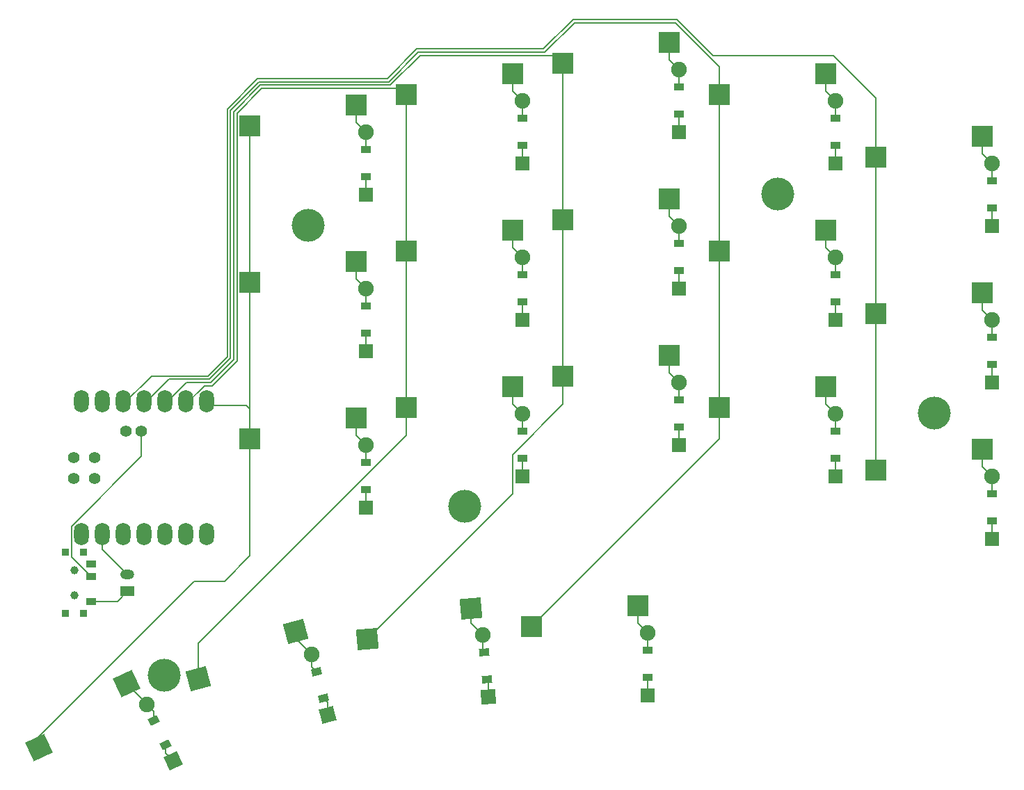
<source format=gbr>
%TF.GenerationSoftware,KiCad,Pcbnew,9.0.6*%
%TF.CreationDate,2026-01-03T00:52:40-08:00*%
%TF.ProjectId,pcb_right,7063625f-7269-4676-9874-2e6b69636164,4.2.1*%
%TF.SameCoordinates,Original*%
%TF.FileFunction,Copper,L2,Bot*%
%TF.FilePolarity,Positive*%
%FSLAX46Y46*%
G04 Gerber Fmt 4.6, Leading zero omitted, Abs format (unit mm)*
G04 Created by KiCad (PCBNEW 9.0.6) date 2026-01-03 00:52:40*
%MOMM*%
%LPD*%
G01*
G04 APERTURE LIST*
G04 Aperture macros list*
%AMRotRect*
0 Rectangle, with rotation*
0 The origin of the aperture is its center*
0 $1 length*
0 $2 width*
0 $3 Rotation angle, in degrees counterclockwise*
0 Add horizontal line*
21,1,$1,$2,0,0,$3*%
G04 Aperture macros list end*
%TA.AperFunction,SMDPad,CuDef*%
%ADD10R,0.900000X0.900000*%
%TD*%
%TA.AperFunction,WasherPad*%
%ADD11C,1.000000*%
%TD*%
%TA.AperFunction,SMDPad,CuDef*%
%ADD12R,1.250000X0.900000*%
%TD*%
%TA.AperFunction,SMDPad,CuDef*%
%ADD13R,2.550000X2.500000*%
%TD*%
%TA.AperFunction,ComponentPad*%
%ADD14R,1.778000X1.778000*%
%TD*%
%TA.AperFunction,SMDPad,CuDef*%
%ADD15R,1.200000X0.900000*%
%TD*%
%TA.AperFunction,ComponentPad*%
%ADD16C,1.905000*%
%TD*%
%TA.AperFunction,ComponentPad*%
%ADD17O,1.800000X2.750000*%
%TD*%
%TA.AperFunction,ComponentPad*%
%ADD18C,1.397000*%
%TD*%
%TA.AperFunction,WasherPad*%
%ADD19C,4.000000*%
%TD*%
%TA.AperFunction,ComponentPad*%
%ADD20RotRect,1.778000X1.778000X105.000000*%
%TD*%
%TA.AperFunction,SMDPad,CuDef*%
%ADD21RotRect,0.900000X1.200000X105.000000*%
%TD*%
%TA.AperFunction,SMDPad,CuDef*%
%ADD22RotRect,2.550000X2.500000X5.000000*%
%TD*%
%TA.AperFunction,SMDPad,CuDef*%
%ADD23RotRect,2.550000X2.500000X25.000000*%
%TD*%
%TA.AperFunction,ComponentPad*%
%ADD24R,1.700000X1.200000*%
%TD*%
%TA.AperFunction,ComponentPad*%
%ADD25O,1.700000X1.200000*%
%TD*%
%TA.AperFunction,ComponentPad*%
%ADD26RotRect,1.778000X1.778000X95.000000*%
%TD*%
%TA.AperFunction,SMDPad,CuDef*%
%ADD27RotRect,0.900000X1.200000X95.000000*%
%TD*%
%TA.AperFunction,SMDPad,CuDef*%
%ADD28RotRect,2.550000X2.500000X15.000000*%
%TD*%
%TA.AperFunction,ComponentPad*%
%ADD29RotRect,1.778000X1.778000X115.000000*%
%TD*%
%TA.AperFunction,SMDPad,CuDef*%
%ADD30RotRect,0.900000X1.200000X115.000000*%
%TD*%
%TA.AperFunction,Conductor*%
%ADD31C,0.200000*%
%TD*%
G04 APERTURE END LIST*
D10*
%TO.P,T1,*%
%TO.N,*%
X226600000Y-164890000D03*
X228800000Y-164890000D03*
D11*
X227700000Y-162690000D03*
X227700000Y-159690000D03*
D10*
X226600000Y-157490000D03*
X228800000Y-157490000D03*
D12*
%TO.P,T1,1*%
%TO.N,pos*%
X229775000Y-163440000D03*
%TO.P,T1,2*%
%TO.N,RAW*%
X229775000Y-160440000D03*
%TO.P,T1,3*%
%TO.N,N/C*%
X229775000Y-158940000D03*
%TD*%
D13*
%TO.P,S15,1*%
%TO.N,P6*%
X249115000Y-105550000D03*
%TO.P,S15,2*%
%TO.N,mirror_c5_r3*%
X262042000Y-103010000D03*
%TD*%
D14*
%TO.P,D5,1*%
%TO.N,P9*%
X320350000Y-129140000D03*
D15*
X320350000Y-126980000D03*
%TO.P,D5,2*%
%TO.N,mirror_c2_r2*%
X320350000Y-123680000D03*
D16*
X320350000Y-121520000D03*
%TD*%
D14*
%TO.P,D2,1*%
%TO.N,P9*%
X339400000Y-136760000D03*
D15*
X339400000Y-134600000D03*
%TO.P,D2,2*%
%TO.N,mirror_c1_r2*%
X339400000Y-131300000D03*
D16*
X339400000Y-129140000D03*
%TD*%
D14*
%TO.P,D9,1*%
%TO.N,P10*%
X301300000Y-106280000D03*
D15*
X301300000Y-104120000D03*
%TO.P,D9,2*%
%TO.N,mirror_c3_r3*%
X301300000Y-100820000D03*
D16*
X301300000Y-98660000D03*
%TD*%
D17*
%TO.P,_1,1*%
%TO.N,VCC5*%
X228580000Y-155285000D03*
%TO.P,_1,2*%
%TO.N,GND*%
X231120000Y-155285000D03*
%TO.P,_1,3*%
%TO.N,VCC3*%
X233660000Y-155285000D03*
%TO.P,_1,4*%
%TO.N,P10*%
X236200000Y-155285000D03*
%TO.P,_1,5*%
%TO.N,P9*%
X238740000Y-155285000D03*
%TO.P,_1,6*%
%TO.N,P8*%
X241280000Y-155285000D03*
%TO.P,_1,7*%
%TO.N,P7*%
X243820000Y-155285000D03*
D18*
%TO.P,_1,8*%
%TO.N,CLK*%
X227628000Y-148460000D03*
%TO.P,_1,9*%
%TO.N,GND*%
X230168000Y-148460000D03*
D17*
%TO.P,_1,12*%
%TO.N,P6*%
X243820000Y-139095000D03*
%TO.P,_1,13*%
%TO.N,P5*%
X241280000Y-139095000D03*
%TO.P,_1,14*%
%TO.N,P4*%
X238740000Y-139095000D03*
%TO.P,_1,15*%
%TO.N,P3*%
X236200000Y-139095000D03*
%TO.P,_1,16*%
%TO.N,P2*%
X233660000Y-139095000D03*
%TO.P,_1,17*%
%TO.N,P1*%
X231120000Y-139095000D03*
%TO.P,_1,18*%
%TO.N,P0*%
X228580000Y-139095000D03*
D18*
%TO.P,_1,19*%
%TO.N,DIO*%
X227628000Y-145920000D03*
%TO.P,_1,20*%
%TO.N,RST*%
X230168000Y-145920000D03*
%TO.P,_1,21*%
%TO.N,RAW*%
X235883000Y-142745000D03*
%TO.P,_1,22*%
%TO.N,GND*%
X233978000Y-142745000D03*
%TD*%
D19*
%TO.P,,*%
%TO.N,*%
X313350000Y-113830000D03*
%TD*%
D13*
%TO.P,S11,1*%
%TO.N,P5*%
X268165000Y-120790000D03*
%TO.P,S11,2*%
%TO.N,mirror_c4_r2*%
X281092000Y-118250000D03*
%TD*%
%TO.P,S16,1*%
%TO.N,P3*%
X283405000Y-166510000D03*
%TO.P,S16,2*%
%TO.N,mirror_t1_r*%
X296332000Y-163970000D03*
%TD*%
D14*
%TO.P,D14,1*%
%TO.N,P9*%
X263200000Y-132950000D03*
D15*
X263200000Y-130790000D03*
%TO.P,D14,2*%
%TO.N,mirror_c5_r2*%
X263200000Y-127490000D03*
D16*
X263200000Y-125330000D03*
%TD*%
D13*
%TO.P,S2,1*%
%TO.N,P2*%
X325315000Y-128410000D03*
%TO.P,S2,2*%
%TO.N,mirror_c1_r2*%
X338242000Y-125870000D03*
%TD*%
%TO.P,S1,1*%
%TO.N,P2*%
X325315000Y-147460000D03*
%TO.P,S1,2*%
%TO.N,mirror_c1_r1*%
X338242000Y-144920000D03*
%TD*%
%TO.P,S3,1*%
%TO.N,P2*%
X325315000Y-109360000D03*
%TO.P,S3,2*%
%TO.N,mirror_c1_r3*%
X338242000Y-106820000D03*
%TD*%
D14*
%TO.P,D3,1*%
%TO.N,P10*%
X339400000Y-117710000D03*
D15*
X339400000Y-115550000D03*
%TO.P,D3,2*%
%TO.N,mirror_c1_r3*%
X339400000Y-112250000D03*
D16*
X339400000Y-110090000D03*
%TD*%
D13*
%TO.P,S6,1*%
%TO.N,P3*%
X306265000Y-101740000D03*
%TO.P,S6,2*%
%TO.N,mirror_c2_r3*%
X319192000Y-99200000D03*
%TD*%
D20*
%TO.P,D18,1*%
%TO.N,P7*%
X258587017Y-177300420D03*
D21*
X258027965Y-175214021D03*
%TO.P,D18,2*%
%TO.N,mirror_t3_r*%
X257173865Y-172026465D03*
D16*
X256614813Y-169940066D03*
%TD*%
D14*
%TO.P,D15,1*%
%TO.N,P10*%
X263200000Y-113900000D03*
D15*
X263200000Y-111740000D03*
%TO.P,D15,2*%
%TO.N,mirror_c5_r3*%
X263200000Y-108440000D03*
D16*
X263200000Y-106280000D03*
%TD*%
D13*
%TO.P,S7,1*%
%TO.N,P4*%
X287215000Y-136030000D03*
%TO.P,S7,2*%
%TO.N,mirror_c3_r1*%
X300142000Y-133490000D03*
%TD*%
%TO.P,S10,1*%
%TO.N,P5*%
X268165000Y-139840000D03*
%TO.P,S10,2*%
%TO.N,mirror_c4_r1*%
X281092000Y-137300000D03*
%TD*%
D14*
%TO.P,D11,1*%
%TO.N,P9*%
X282250000Y-129140000D03*
D15*
X282250000Y-126980000D03*
%TO.P,D11,2*%
%TO.N,mirror_c4_r2*%
X282250000Y-123680000D03*
D16*
X282250000Y-121520000D03*
%TD*%
D14*
%TO.P,D4,1*%
%TO.N,P8*%
X320350000Y-148190000D03*
D15*
X320350000Y-146030000D03*
%TO.P,D4,2*%
%TO.N,mirror_c2_r1*%
X320350000Y-142730000D03*
D16*
X320350000Y-140570000D03*
%TD*%
D14*
%TO.P,D16,1*%
%TO.N,P7*%
X297490000Y-174860000D03*
D15*
X297490000Y-172700000D03*
%TO.P,D16,2*%
%TO.N,mirror_t1_r*%
X297490000Y-169400000D03*
D16*
X297490000Y-167240000D03*
%TD*%
D22*
%TO.P,S17,1*%
%TO.N,P4*%
X263366672Y-168003568D03*
%TO.P,S17,2*%
%TO.N,mirror_t2_r*%
X276023105Y-164346571D03*
%TD*%
D14*
%TO.P,D8,1*%
%TO.N,P9*%
X301300000Y-125330000D03*
D15*
X301300000Y-123170000D03*
%TO.P,D8,2*%
%TO.N,mirror_c3_r2*%
X301300000Y-119870000D03*
D16*
X301300000Y-117710000D03*
%TD*%
D14*
%TO.P,D1,1*%
%TO.N,P8*%
X339400000Y-155810000D03*
D15*
X339400000Y-153650000D03*
%TO.P,D1,2*%
%TO.N,mirror_c1_r1*%
X339400000Y-150350000D03*
D16*
X339400000Y-148190000D03*
%TD*%
D14*
%TO.P,D10,1*%
%TO.N,P8*%
X282250000Y-148190000D03*
D15*
X282250000Y-146030000D03*
%TO.P,D10,2*%
%TO.N,mirror_c4_r1*%
X282250000Y-142730000D03*
D16*
X282250000Y-140570000D03*
%TD*%
D19*
%TO.P,,*%
%TO.N,*%
X238661336Y-172483431D03*
%TD*%
D23*
%TO.P,S19,1*%
%TO.N,P6*%
X223433942Y-181250906D03*
%TO.P,S19,2*%
%TO.N,mirror_t4_r*%
X234076332Y-173485698D03*
%TD*%
D19*
%TO.P,,*%
%TO.N,*%
X332400000Y-140500000D03*
%TD*%
D24*
%TO.P,JST1,1*%
%TO.N,pos*%
X234200000Y-162190000D03*
D25*
%TO.P,JST1,2*%
%TO.N,GND*%
X234200000Y-160190000D03*
%TD*%
D13*
%TO.P,S13,1*%
%TO.N,P6*%
X249115000Y-143650000D03*
%TO.P,S13,2*%
%TO.N,mirror_c5_r1*%
X262042000Y-141110000D03*
%TD*%
%TO.P,S9,1*%
%TO.N,P4*%
X287215000Y-97930000D03*
%TO.P,S9,2*%
%TO.N,mirror_c3_r3*%
X300142000Y-95390000D03*
%TD*%
%TO.P,S5,1*%
%TO.N,P3*%
X306265000Y-120790000D03*
%TO.P,S5,2*%
%TO.N,mirror_c2_r2*%
X319192000Y-118250000D03*
%TD*%
D19*
%TO.P,,*%
%TO.N,*%
X275250000Y-151880000D03*
%TD*%
D13*
%TO.P,S14,1*%
%TO.N,P6*%
X249115000Y-124600000D03*
%TO.P,S14,2*%
%TO.N,mirror_c5_r2*%
X262042000Y-122060000D03*
%TD*%
%TO.P,S12,1*%
%TO.N,P5*%
X268165000Y-101740000D03*
%TO.P,S12,2*%
%TO.N,mirror_c4_r3*%
X281092000Y-99200000D03*
%TD*%
D14*
%TO.P,D13,1*%
%TO.N,P8*%
X263200000Y-152000000D03*
D15*
X263200000Y-149840000D03*
%TO.P,D13,2*%
%TO.N,mirror_c5_r1*%
X263200000Y-146540000D03*
D16*
X263200000Y-144380000D03*
%TD*%
D26*
%TO.P,D17,1*%
%TO.N,P7*%
X278125824Y-175094205D03*
D27*
X277937568Y-172942424D03*
%TO.P,D17,2*%
%TO.N,mirror_t2_r*%
X277649954Y-169654982D03*
D16*
X277461698Y-167503201D03*
%TD*%
D14*
%TO.P,D6,1*%
%TO.N,P10*%
X320350000Y-110090000D03*
D15*
X320350000Y-107930000D03*
%TO.P,D6,2*%
%TO.N,mirror_c2_r3*%
X320350000Y-104630000D03*
D16*
X320350000Y-102470000D03*
%TD*%
D13*
%TO.P,S8,1*%
%TO.N,P4*%
X287215000Y-116980000D03*
%TO.P,S8,2*%
%TO.N,mirror_c3_r2*%
X300142000Y-114440000D03*
%TD*%
D28*
%TO.P,S18,1*%
%TO.N,P5*%
X242820811Y-172880406D03*
%TO.P,S18,2*%
%TO.N,mirror_t3_r*%
X254649934Y-167081201D03*
%TD*%
D14*
%TO.P,D7,1*%
%TO.N,P8*%
X301300000Y-144380000D03*
D15*
X301300000Y-142220000D03*
%TO.P,D7,2*%
%TO.N,mirror_c3_r1*%
X301300000Y-138920000D03*
D16*
X301300000Y-136760000D03*
%TD*%
D14*
%TO.P,D12,1*%
%TO.N,P10*%
X282250000Y-110090000D03*
D15*
X282250000Y-107930000D03*
%TO.P,D12,2*%
%TO.N,mirror_c4_r3*%
X282250000Y-104630000D03*
D16*
X282250000Y-102470000D03*
%TD*%
D29*
%TO.P,D19,1*%
%TO.N,P7*%
X239728150Y-182865998D03*
D30*
X238815294Y-180908373D03*
%TO.P,D19,2*%
%TO.N,mirror_t4_r*%
X237420654Y-177917557D03*
D16*
X236507798Y-175959932D03*
%TD*%
D19*
%TO.P,,*%
%TO.N,*%
X256200000Y-117640000D03*
%TD*%
D13*
%TO.P,S4,1*%
%TO.N,P3*%
X306265000Y-139840000D03*
%TO.P,S4,2*%
%TO.N,mirror_c2_r1*%
X319192000Y-137300000D03*
%TD*%
D31*
%TO.N,P2*%
X265833900Y-99797000D02*
X250039700Y-99797000D01*
X269432900Y-96198000D02*
X265833900Y-99797000D01*
X320119000Y-97000000D02*
X316000000Y-97000000D01*
X250039700Y-99797000D02*
X246336000Y-103500700D01*
X325315000Y-109360000D02*
X325315000Y-102196000D01*
X325315000Y-128410000D02*
X325315000Y-147460000D01*
X246336000Y-103500700D02*
X246336000Y-133664000D01*
X246336000Y-133664000D02*
X244000000Y-136000000D01*
X313000000Y-97000000D02*
X314000000Y-97000000D01*
X316000000Y-97000000D02*
X313000000Y-97000000D01*
X233660000Y-139461530D02*
X233660000Y-139570000D01*
X244000000Y-136000000D02*
X237121530Y-136000000D01*
X284833900Y-96198000D02*
X269432900Y-96198000D01*
X288432900Y-92599000D02*
X284833900Y-96198000D01*
X305446100Y-97000000D02*
X301045100Y-92599000D01*
X325315000Y-109360000D02*
X325315000Y-128410000D01*
X325315000Y-102196000D02*
X320119000Y-97000000D01*
X313000000Y-97000000D02*
X305446100Y-97000000D01*
X301045100Y-92599000D02*
X288432900Y-92599000D01*
X237121530Y-136000000D02*
X233660000Y-139461530D01*
%TO.N,mirror_c1_r1*%
X338242000Y-144920000D02*
X338242000Y-147032000D01*
X338242000Y-147032000D02*
X339400000Y-148190000D01*
X339400000Y-148190000D02*
X339400000Y-150350000D01*
%TO.N,mirror_c1_r2*%
X339400000Y-129140000D02*
X339400000Y-131300000D01*
X338242000Y-125870000D02*
X338242000Y-127982000D01*
X338242000Y-127982000D02*
X339400000Y-129140000D01*
%TO.N,mirror_c1_r3*%
X339400000Y-110090000D02*
X339400000Y-112250000D01*
X338242000Y-108932000D02*
X339400000Y-110090000D01*
X338242000Y-106820000D02*
X338242000Y-108932000D01*
%TO.N,P3*%
X306265000Y-101740000D02*
X306265000Y-120790000D01*
X269599000Y-96599000D02*
X266000000Y-100198000D01*
X236200000Y-139461530D02*
X236200000Y-139570000D01*
X288599000Y-93000000D02*
X285000000Y-96599000D01*
X306265000Y-139840000D02*
X306265000Y-143650000D01*
X246737000Y-133830100D02*
X244166100Y-136401000D01*
X239260530Y-136401000D02*
X236200000Y-139461530D01*
X306265000Y-98386000D02*
X300879000Y-93000000D01*
X300879000Y-93000000D02*
X288599000Y-93000000D01*
X306265000Y-120790000D02*
X306265000Y-139840000D01*
X285000000Y-96599000D02*
X269599000Y-96599000D01*
X246737000Y-103666800D02*
X246737000Y-133830100D01*
X306265000Y-101740000D02*
X306265000Y-98386000D01*
X244166100Y-136401000D02*
X239260530Y-136401000D01*
X250205800Y-100198000D02*
X246737000Y-103666800D01*
X266000000Y-100198000D02*
X250205800Y-100198000D01*
X306265000Y-143650000D02*
X283405000Y-166510000D01*
%TO.N,mirror_c2_r1*%
X319192000Y-139412000D02*
X320350000Y-140570000D01*
X319192000Y-137300000D02*
X319192000Y-139412000D01*
X320350000Y-140570000D02*
X320350000Y-142730000D01*
%TO.N,mirror_c2_r2*%
X320350000Y-121520000D02*
X320350000Y-123680000D01*
X319192000Y-120362000D02*
X320350000Y-121520000D01*
X319192000Y-118250000D02*
X319192000Y-120362000D01*
%TO.N,mirror_c2_r3*%
X319192000Y-99200000D02*
X319192000Y-101312000D01*
X319192000Y-101312000D02*
X320350000Y-102470000D01*
X320350000Y-102470000D02*
X320350000Y-104630000D01*
%TO.N,P4*%
X286285000Y-97000000D02*
X269778000Y-97000000D01*
X247138000Y-103832900D02*
X247138000Y-133996200D01*
X281060000Y-150310240D02*
X263366672Y-168003568D01*
X241399530Y-136802000D02*
X238740000Y-139461530D01*
X287215000Y-116980000D02*
X287215000Y-136030000D01*
X287215000Y-139413000D02*
X281060000Y-145568000D01*
X281060000Y-145568000D02*
X281060000Y-150310240D01*
X238740000Y-139461530D02*
X238740000Y-139570000D01*
X266179000Y-100599000D02*
X250371900Y-100599000D01*
X287215000Y-97930000D02*
X287215000Y-116980000D01*
X244332200Y-136802000D02*
X241399530Y-136802000D01*
X287215000Y-136030000D02*
X287215000Y-139413000D01*
X250371900Y-100599000D02*
X247138000Y-103832900D01*
X247138000Y-133996200D02*
X244332200Y-136802000D01*
X269778000Y-97000000D02*
X266179000Y-100599000D01*
X287215000Y-97930000D02*
X286285000Y-97000000D01*
%TO.N,mirror_c3_r1*%
X300142000Y-133490000D02*
X300142000Y-135602000D01*
X300142000Y-135602000D02*
X301300000Y-136760000D01*
X301300000Y-136760000D02*
X301300000Y-138920000D01*
%TO.N,mirror_c3_r2*%
X300142000Y-116552000D02*
X301300000Y-117710000D01*
X300142000Y-114440000D02*
X300142000Y-116552000D01*
X301300000Y-117710000D02*
X301300000Y-119870000D01*
%TO.N,mirror_c3_r3*%
X301300000Y-98660000D02*
X301300000Y-100820000D01*
X300142000Y-97502000D02*
X301300000Y-98660000D01*
X300142000Y-95390000D02*
X300142000Y-97502000D01*
%TO.N,P5*%
X268165000Y-101740000D02*
X268165000Y-120790000D01*
X250538000Y-101000000D02*
X247539000Y-103999000D01*
X247539000Y-134162300D02*
X244498300Y-137203000D01*
X268165000Y-139840000D02*
X268165000Y-143223000D01*
X267425000Y-101000000D02*
X250538000Y-101000000D01*
X244498300Y-137203000D02*
X243538530Y-137203000D01*
X243538530Y-137203000D02*
X241280000Y-139461530D01*
X247539000Y-103999000D02*
X247539000Y-134162300D01*
X268165000Y-101740000D02*
X267425000Y-101000000D01*
X268165000Y-143223000D02*
X242820811Y-168567189D01*
X268165000Y-120790000D02*
X268165000Y-139840000D01*
X242820811Y-168567189D02*
X242820811Y-172880406D01*
X241280000Y-139461530D02*
X241280000Y-139570000D01*
%TO.N,mirror_c4_r1*%
X282250000Y-140570000D02*
X282250000Y-142730000D01*
X281092000Y-139412000D02*
X282250000Y-140570000D01*
X281092000Y-137300000D02*
X281092000Y-139412000D01*
%TO.N,mirror_c4_r2*%
X282250000Y-121520000D02*
X282250000Y-123680000D01*
X281092000Y-120362000D02*
X282250000Y-121520000D01*
X281092000Y-118250000D02*
X281092000Y-120362000D01*
%TO.N,mirror_c4_r3*%
X281092000Y-99200000D02*
X281092000Y-101312000D01*
X282250000Y-102470000D02*
X282250000Y-104630000D01*
X281092000Y-101312000D02*
X282250000Y-102470000D01*
%TO.N,P6*%
X243820000Y-139570000D02*
X248685000Y-139570000D01*
X246000000Y-161000000D02*
X242305626Y-161000000D01*
X249115000Y-143650000D02*
X249115000Y-157885000D01*
X249115000Y-124600000D02*
X249115000Y-140000000D01*
X242305626Y-161000000D02*
X223433942Y-179871684D01*
X223433942Y-179871684D02*
X223433942Y-181250906D01*
X249115000Y-157885000D02*
X246000000Y-161000000D01*
X248685000Y-139570000D02*
X249115000Y-140000000D01*
X249115000Y-105550000D02*
X249115000Y-124600000D01*
X249115000Y-140000000D02*
X249115000Y-143650000D01*
%TO.N,mirror_c5_r1*%
X262042000Y-141110000D02*
X262042000Y-143222000D01*
X262042000Y-143222000D02*
X263200000Y-144380000D01*
X263200000Y-144380000D02*
X263200000Y-146540000D01*
%TO.N,mirror_c5_r2*%
X263200000Y-125330000D02*
X263200000Y-127490000D01*
X262042000Y-122060000D02*
X262042000Y-124172000D01*
X262042000Y-124172000D02*
X263200000Y-125330000D01*
%TO.N,mirror_c5_r3*%
X262042000Y-105122000D02*
X263200000Y-106280000D01*
X262042000Y-103010000D02*
X262042000Y-105122000D01*
X263200000Y-106280000D02*
X263200000Y-108440000D01*
%TO.N,mirror_t1_r*%
X296332000Y-163970000D02*
X296332000Y-166082000D01*
X296332000Y-166082000D02*
X297490000Y-167240000D01*
X297490000Y-167240000D02*
X297490000Y-169400000D01*
%TO.N,mirror_t2_r*%
X277461698Y-169466726D02*
X277649954Y-169654982D01*
X276023105Y-164346571D02*
X276023105Y-166064608D01*
X277461698Y-167503201D02*
X277461698Y-169466726D01*
X276023105Y-166064608D02*
X277461698Y-167503201D01*
%TO.N,mirror_t3_r*%
X256614814Y-171467415D02*
X257173864Y-172026465D01*
X254649934Y-167975186D02*
X254649934Y-167081201D01*
X256614814Y-169940066D02*
X254649934Y-167975186D01*
X256614814Y-169940066D02*
X256614814Y-171467415D01*
%TO.N,mirror_t4_r*%
X237420654Y-176872788D02*
X237420654Y-177917557D01*
X234076332Y-173485698D02*
X236507798Y-175917164D01*
X236507798Y-175959932D02*
X237420654Y-176872788D01*
X236507798Y-175917164D02*
X236507798Y-175959932D01*
%TO.N,pos*%
X229775000Y-163440000D02*
X232950000Y-163440000D01*
X232950000Y-163440000D02*
X234200000Y-162190000D01*
%TO.N,RAW*%
X227379000Y-154312530D02*
X235883000Y-145808530D01*
X229775000Y-160440000D02*
X227379000Y-158044000D01*
X235883000Y-145808530D02*
X235883000Y-142745000D01*
X227379000Y-158044000D02*
X227379000Y-154312530D01*
%TO.N,P8*%
X320350000Y-148190000D02*
X320350000Y-146030000D01*
X339400000Y-155810000D02*
X339400000Y-153650000D01*
X282250000Y-148190000D02*
X282250000Y-146030000D01*
X301300000Y-144380000D02*
X301300000Y-142220000D01*
X263200000Y-152000000D02*
X263200000Y-149840000D01*
%TO.N,P9*%
X320350000Y-126980000D02*
X320350000Y-129140000D01*
X339400000Y-136760000D02*
X339400000Y-134600000D01*
X263200000Y-130790000D02*
X263200000Y-132950000D01*
X301300000Y-123170000D02*
X301300000Y-125330000D01*
X282250000Y-126980000D02*
X282250000Y-129140000D01*
%TO.N,P10*%
X301300000Y-104120000D02*
X301300000Y-106280000D01*
X339400000Y-117710000D02*
X339400000Y-115550000D01*
X263200000Y-111740000D02*
X263200000Y-113900000D01*
X282250000Y-107930000D02*
X282250000Y-110090000D01*
X320350000Y-110090000D02*
X320350000Y-107930000D01*
%TO.N,P7*%
X278125824Y-175094205D02*
X278125824Y-173130680D01*
X278125824Y-173130680D02*
X277937568Y-172942424D01*
X297490000Y-174860000D02*
X297490000Y-172700000D01*
X258027966Y-175214021D02*
X258587016Y-175773071D01*
X258587016Y-175773071D02*
X258587016Y-177300420D01*
X238815294Y-181953142D02*
X239728150Y-182865998D01*
X238815294Y-180908373D02*
X238815294Y-181953142D01*
%TO.N,GND*%
X231120000Y-157110000D02*
X231120000Y-154810000D01*
X234200000Y-160190000D02*
X231120000Y-157110000D01*
%TD*%
M02*

</source>
